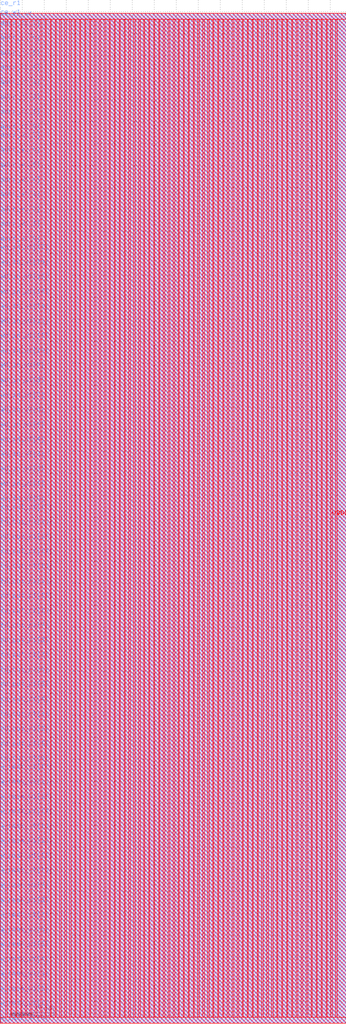
<source format=lef>
VERSION 5.7 ;
BUSBITCHARS "[]" ;
MACRO fakeram_512x2048_1r1w
  FOREIGN fakeram_512x2048_1r1w 0 0 ;
  SYMMETRY X Y R90 ;
  SIZE 78.660 BY 229.600 ;
  CLASS BLOCK ;
  PIN w_mask_w1[0]
    DIRECTION INPUT ;
    USE SIGNAL ;
    SHAPE ABUTMENT ;
    PORT
      LAYER metal3 ;
      RECT 0.000 -0.035 0.070 0.035 ;
    END
  END w_mask_w1[0]
  PIN w_mask_w1[1]
    DIRECTION INPUT ;
    USE SIGNAL ;
    SHAPE ABUTMENT ;
    PORT
      LAYER metal3 ;
      RECT 0.000 3.325 0.070 3.395 ;
    END
  END w_mask_w1[1]
  PIN w_mask_w1[2]
    DIRECTION INPUT ;
    USE SIGNAL ;
    SHAPE ABUTMENT ;
    PORT
      LAYER metal3 ;
      RECT 0.000 6.685 0.070 6.755 ;
    END
  END w_mask_w1[2]
  PIN w_mask_w1[3]
    DIRECTION INPUT ;
    USE SIGNAL ;
    SHAPE ABUTMENT ;
    PORT
      LAYER metal3 ;
      RECT 0.000 10.045 0.070 10.115 ;
    END
  END w_mask_w1[3]
  PIN w_mask_w1[4]
    DIRECTION INPUT ;
    USE SIGNAL ;
    SHAPE ABUTMENT ;
    PORT
      LAYER metal3 ;
      RECT 0.000 13.405 0.070 13.475 ;
    END
  END w_mask_w1[4]
  PIN w_mask_w1[5]
    DIRECTION INPUT ;
    USE SIGNAL ;
    SHAPE ABUTMENT ;
    PORT
      LAYER metal3 ;
      RECT 0.000 16.765 0.070 16.835 ;
    END
  END w_mask_w1[5]
  PIN w_mask_w1[6]
    DIRECTION INPUT ;
    USE SIGNAL ;
    SHAPE ABUTMENT ;
    PORT
      LAYER metal3 ;
      RECT 0.000 20.125 0.070 20.195 ;
    END
  END w_mask_w1[6]
  PIN w_mask_w1[7]
    DIRECTION INPUT ;
    USE SIGNAL ;
    SHAPE ABUTMENT ;
    PORT
      LAYER metal3 ;
      RECT 0.000 23.485 0.070 23.555 ;
    END
  END w_mask_w1[7]
  PIN w_mask_w1[8]
    DIRECTION INPUT ;
    USE SIGNAL ;
    SHAPE ABUTMENT ;
    PORT
      LAYER metal3 ;
      RECT 0.000 26.845 0.070 26.915 ;
    END
  END w_mask_w1[8]
  PIN w_mask_w1[9]
    DIRECTION INPUT ;
    USE SIGNAL ;
    SHAPE ABUTMENT ;
    PORT
      LAYER metal3 ;
      RECT 0.000 30.205 0.070 30.275 ;
    END
  END w_mask_w1[9]
  PIN w_mask_w1[10]
    DIRECTION INPUT ;
    USE SIGNAL ;
    SHAPE ABUTMENT ;
    PORT
      LAYER metal3 ;
      RECT 0.000 33.565 0.070 33.635 ;
    END
  END w_mask_w1[10]
  PIN w_mask_w1[11]
    DIRECTION INPUT ;
    USE SIGNAL ;
    SHAPE ABUTMENT ;
    PORT
      LAYER metal3 ;
      RECT 0.000 36.925 0.070 36.995 ;
    END
  END w_mask_w1[11]
  PIN w_mask_w1[12]
    DIRECTION INPUT ;
    USE SIGNAL ;
    SHAPE ABUTMENT ;
    PORT
      LAYER metal3 ;
      RECT 0.000 40.285 0.070 40.355 ;
    END
  END w_mask_w1[12]
  PIN w_mask_w1[13]
    DIRECTION INPUT ;
    USE SIGNAL ;
    SHAPE ABUTMENT ;
    PORT
      LAYER metal3 ;
      RECT 0.000 43.645 0.070 43.715 ;
    END
  END w_mask_w1[13]
  PIN w_mask_w1[14]
    DIRECTION INPUT ;
    USE SIGNAL ;
    SHAPE ABUTMENT ;
    PORT
      LAYER metal3 ;
      RECT 0.000 47.005 0.070 47.075 ;
    END
  END w_mask_w1[14]
  PIN w_mask_w1[15]
    DIRECTION INPUT ;
    USE SIGNAL ;
    SHAPE ABUTMENT ;
    PORT
      LAYER metal3 ;
      RECT 0.000 50.365 0.070 50.435 ;
    END
  END w_mask_w1[15]
  PIN w_mask_w1[16]
    DIRECTION INPUT ;
    USE SIGNAL ;
    SHAPE ABUTMENT ;
    PORT
      LAYER metal3 ;
      RECT 0.000 53.725 0.070 53.795 ;
    END
  END w_mask_w1[16]
  PIN w_mask_w1[17]
    DIRECTION INPUT ;
    USE SIGNAL ;
    SHAPE ABUTMENT ;
    PORT
      LAYER metal3 ;
      RECT 0.000 57.085 0.070 57.155 ;
    END
  END w_mask_w1[17]
  PIN rd_out_r1[0]
    DIRECTION OUTPUT ;
    USE SIGNAL ;
    SHAPE ABUTMENT ;
    PORT
      LAYER metal3 ;
      RECT 0.000 59.045 0.070 59.115 ;
    END
  END rd_out_r1[0]
  PIN rd_out_r1[1]
    DIRECTION OUTPUT ;
    USE SIGNAL ;
    SHAPE ABUTMENT ;
    PORT
      LAYER metal3 ;
      RECT 0.000 62.405 0.070 62.475 ;
    END
  END rd_out_r1[1]
  PIN rd_out_r1[2]
    DIRECTION OUTPUT ;
    USE SIGNAL ;
    SHAPE ABUTMENT ;
    PORT
      LAYER metal3 ;
      RECT 0.000 65.765 0.070 65.835 ;
    END
  END rd_out_r1[2]
  PIN rd_out_r1[3]
    DIRECTION OUTPUT ;
    USE SIGNAL ;
    SHAPE ABUTMENT ;
    PORT
      LAYER metal3 ;
      RECT 0.000 69.125 0.070 69.195 ;
    END
  END rd_out_r1[3]
  PIN rd_out_r1[4]
    DIRECTION OUTPUT ;
    USE SIGNAL ;
    SHAPE ABUTMENT ;
    PORT
      LAYER metal3 ;
      RECT 0.000 72.485 0.070 72.555 ;
    END
  END rd_out_r1[4]
  PIN rd_out_r1[5]
    DIRECTION OUTPUT ;
    USE SIGNAL ;
    SHAPE ABUTMENT ;
    PORT
      LAYER metal3 ;
      RECT 0.000 75.845 0.070 75.915 ;
    END
  END rd_out_r1[5]
  PIN rd_out_r1[6]
    DIRECTION OUTPUT ;
    USE SIGNAL ;
    SHAPE ABUTMENT ;
    PORT
      LAYER metal3 ;
      RECT 0.000 79.205 0.070 79.275 ;
    END
  END rd_out_r1[6]
  PIN rd_out_r1[7]
    DIRECTION OUTPUT ;
    USE SIGNAL ;
    SHAPE ABUTMENT ;
    PORT
      LAYER metal3 ;
      RECT 0.000 82.565 0.070 82.635 ;
    END
  END rd_out_r1[7]
  PIN rd_out_r1[8]
    DIRECTION OUTPUT ;
    USE SIGNAL ;
    SHAPE ABUTMENT ;
    PORT
      LAYER metal3 ;
      RECT 0.000 85.925 0.070 85.995 ;
    END
  END rd_out_r1[8]
  PIN rd_out_r1[9]
    DIRECTION OUTPUT ;
    USE SIGNAL ;
    SHAPE ABUTMENT ;
    PORT
      LAYER metal3 ;
      RECT 0.000 89.285 0.070 89.355 ;
    END
  END rd_out_r1[9]
  PIN rd_out_r1[10]
    DIRECTION OUTPUT ;
    USE SIGNAL ;
    SHAPE ABUTMENT ;
    PORT
      LAYER metal3 ;
      RECT 0.000 92.645 0.070 92.715 ;
    END
  END rd_out_r1[10]
  PIN rd_out_r1[11]
    DIRECTION OUTPUT ;
    USE SIGNAL ;
    SHAPE ABUTMENT ;
    PORT
      LAYER metal3 ;
      RECT 0.000 96.005 0.070 96.075 ;
    END
  END rd_out_r1[11]
  PIN rd_out_r1[12]
    DIRECTION OUTPUT ;
    USE SIGNAL ;
    SHAPE ABUTMENT ;
    PORT
      LAYER metal3 ;
      RECT 0.000 99.365 0.070 99.435 ;
    END
  END rd_out_r1[12]
  PIN rd_out_r1[13]
    DIRECTION OUTPUT ;
    USE SIGNAL ;
    SHAPE ABUTMENT ;
    PORT
      LAYER metal3 ;
      RECT 0.000 102.725 0.070 102.795 ;
    END
  END rd_out_r1[13]
  PIN rd_out_r1[14]
    DIRECTION OUTPUT ;
    USE SIGNAL ;
    SHAPE ABUTMENT ;
    PORT
      LAYER metal3 ;
      RECT 0.000 106.085 0.070 106.155 ;
    END
  END rd_out_r1[14]
  PIN rd_out_r1[15]
    DIRECTION OUTPUT ;
    USE SIGNAL ;
    SHAPE ABUTMENT ;
    PORT
      LAYER metal3 ;
      RECT 0.000 109.445 0.070 109.515 ;
    END
  END rd_out_r1[15]
  PIN rd_out_r1[16]
    DIRECTION OUTPUT ;
    USE SIGNAL ;
    SHAPE ABUTMENT ;
    PORT
      LAYER metal3 ;
      RECT 0.000 112.805 0.070 112.875 ;
    END
  END rd_out_r1[16]
  PIN rd_out_r1[17]
    DIRECTION OUTPUT ;
    USE SIGNAL ;
    SHAPE ABUTMENT ;
    PORT
      LAYER metal3 ;
      RECT 0.000 116.165 0.070 116.235 ;
    END
  END rd_out_r1[17]
  PIN wd_in_w1[0]
    DIRECTION INPUT ;
    USE SIGNAL ;
    SHAPE ABUTMENT ;
    PORT
      LAYER metal3 ;
      RECT 0.000 118.125 0.070 118.195 ;
    END
  END wd_in_w1[0]
  PIN wd_in_w1[1]
    DIRECTION INPUT ;
    USE SIGNAL ;
    SHAPE ABUTMENT ;
    PORT
      LAYER metal3 ;
      RECT 0.000 121.485 0.070 121.555 ;
    END
  END wd_in_w1[1]
  PIN wd_in_w1[2]
    DIRECTION INPUT ;
    USE SIGNAL ;
    SHAPE ABUTMENT ;
    PORT
      LAYER metal3 ;
      RECT 0.000 124.845 0.070 124.915 ;
    END
  END wd_in_w1[2]
  PIN wd_in_w1[3]
    DIRECTION INPUT ;
    USE SIGNAL ;
    SHAPE ABUTMENT ;
    PORT
      LAYER metal3 ;
      RECT 0.000 128.205 0.070 128.275 ;
    END
  END wd_in_w1[3]
  PIN wd_in_w1[4]
    DIRECTION INPUT ;
    USE SIGNAL ;
    SHAPE ABUTMENT ;
    PORT
      LAYER metal3 ;
      RECT 0.000 131.565 0.070 131.635 ;
    END
  END wd_in_w1[4]
  PIN wd_in_w1[5]
    DIRECTION INPUT ;
    USE SIGNAL ;
    SHAPE ABUTMENT ;
    PORT
      LAYER metal3 ;
      RECT 0.000 134.925 0.070 134.995 ;
    END
  END wd_in_w1[5]
  PIN wd_in_w1[6]
    DIRECTION INPUT ;
    USE SIGNAL ;
    SHAPE ABUTMENT ;
    PORT
      LAYER metal3 ;
      RECT 0.000 138.285 0.070 138.355 ;
    END
  END wd_in_w1[6]
  PIN wd_in_w1[7]
    DIRECTION INPUT ;
    USE SIGNAL ;
    SHAPE ABUTMENT ;
    PORT
      LAYER metal3 ;
      RECT 0.000 141.645 0.070 141.715 ;
    END
  END wd_in_w1[7]
  PIN wd_in_w1[8]
    DIRECTION INPUT ;
    USE SIGNAL ;
    SHAPE ABUTMENT ;
    PORT
      LAYER metal3 ;
      RECT 0.000 145.005 0.070 145.075 ;
    END
  END wd_in_w1[8]
  PIN wd_in_w1[9]
    DIRECTION INPUT ;
    USE SIGNAL ;
    SHAPE ABUTMENT ;
    PORT
      LAYER metal3 ;
      RECT 0.000 148.365 0.070 148.435 ;
    END
  END wd_in_w1[9]
  PIN wd_in_w1[10]
    DIRECTION INPUT ;
    USE SIGNAL ;
    SHAPE ABUTMENT ;
    PORT
      LAYER metal3 ;
      RECT 0.000 151.725 0.070 151.795 ;
    END
  END wd_in_w1[10]
  PIN wd_in_w1[11]
    DIRECTION INPUT ;
    USE SIGNAL ;
    SHAPE ABUTMENT ;
    PORT
      LAYER metal3 ;
      RECT 0.000 155.085 0.070 155.155 ;
    END
  END wd_in_w1[11]
  PIN wd_in_w1[12]
    DIRECTION INPUT ;
    USE SIGNAL ;
    SHAPE ABUTMENT ;
    PORT
      LAYER metal3 ;
      RECT 0.000 158.445 0.070 158.515 ;
    END
  END wd_in_w1[12]
  PIN wd_in_w1[13]
    DIRECTION INPUT ;
    USE SIGNAL ;
    SHAPE ABUTMENT ;
    PORT
      LAYER metal3 ;
      RECT 0.000 161.805 0.070 161.875 ;
    END
  END wd_in_w1[13]
  PIN wd_in_w1[14]
    DIRECTION INPUT ;
    USE SIGNAL ;
    SHAPE ABUTMENT ;
    PORT
      LAYER metal3 ;
      RECT 0.000 165.165 0.070 165.235 ;
    END
  END wd_in_w1[14]
  PIN wd_in_w1[15]
    DIRECTION INPUT ;
    USE SIGNAL ;
    SHAPE ABUTMENT ;
    PORT
      LAYER metal3 ;
      RECT 0.000 168.525 0.070 168.595 ;
    END
  END wd_in_w1[15]
  PIN wd_in_w1[16]
    DIRECTION INPUT ;
    USE SIGNAL ;
    SHAPE ABUTMENT ;
    PORT
      LAYER metal3 ;
      RECT 0.000 171.885 0.070 171.955 ;
    END
  END wd_in_w1[16]
  PIN wd_in_w1[17]
    DIRECTION INPUT ;
    USE SIGNAL ;
    SHAPE ABUTMENT ;
    PORT
      LAYER metal3 ;
      RECT 0.000 175.245 0.070 175.315 ;
    END
  END wd_in_w1[17]
  PIN addr_w1[0]
    DIRECTION INPUT ;
    USE SIGNAL ;
    SHAPE ABUTMENT ;
    PORT
      LAYER metal3 ;
      RECT 0.000 177.205 0.070 177.275 ;
    END
  END addr_w1[0]
  PIN addr_w1[1]
    DIRECTION INPUT ;
    USE SIGNAL ;
    SHAPE ABUTMENT ;
    PORT
      LAYER metal3 ;
      RECT 0.000 180.565 0.070 180.635 ;
    END
  END addr_w1[1]
  PIN addr_w1[2]
    DIRECTION INPUT ;
    USE SIGNAL ;
    SHAPE ABUTMENT ;
    PORT
      LAYER metal3 ;
      RECT 0.000 183.925 0.070 183.995 ;
    END
  END addr_w1[2]
  PIN addr_w1[3]
    DIRECTION INPUT ;
    USE SIGNAL ;
    SHAPE ABUTMENT ;
    PORT
      LAYER metal3 ;
      RECT 0.000 187.285 0.070 187.355 ;
    END
  END addr_w1[3]
  PIN addr_w1[4]
    DIRECTION INPUT ;
    USE SIGNAL ;
    SHAPE ABUTMENT ;
    PORT
      LAYER metal3 ;
      RECT 0.000 190.645 0.070 190.715 ;
    END
  END addr_w1[4]
  PIN addr_w1[5]
    DIRECTION INPUT ;
    USE SIGNAL ;
    SHAPE ABUTMENT ;
    PORT
      LAYER metal3 ;
      RECT 0.000 194.005 0.070 194.075 ;
    END
  END addr_w1[5]
  PIN addr_w1[6]
    DIRECTION INPUT ;
    USE SIGNAL ;
    SHAPE ABUTMENT ;
    PORT
      LAYER metal3 ;
      RECT 0.000 197.365 0.070 197.435 ;
    END
  END addr_w1[6]
  PIN addr_w1[7]
    DIRECTION INPUT ;
    USE SIGNAL ;
    SHAPE ABUTMENT ;
    PORT
      LAYER metal3 ;
      RECT 0.000 200.725 0.070 200.795 ;
    END
  END addr_w1[7]
  PIN addr_r1[0]
    DIRECTION INPUT ;
    USE SIGNAL ;
    SHAPE ABUTMENT ;
    PORT
      LAYER metal3 ;
      RECT 0.000 202.685 0.070 202.755 ;
    END
  END addr_r1[0]
  PIN addr_r1[1]
    DIRECTION INPUT ;
    USE SIGNAL ;
    SHAPE ABUTMENT ;
    PORT
      LAYER metal3 ;
      RECT 0.000 206.045 0.070 206.115 ;
    END
  END addr_r1[1]
  PIN addr_r1[2]
    DIRECTION INPUT ;
    USE SIGNAL ;
    SHAPE ABUTMENT ;
    PORT
      LAYER metal3 ;
      RECT 0.000 209.405 0.070 209.475 ;
    END
  END addr_r1[2]
  PIN addr_r1[3]
    DIRECTION INPUT ;
    USE SIGNAL ;
    SHAPE ABUTMENT ;
    PORT
      LAYER metal3 ;
      RECT 0.000 212.765 0.070 212.835 ;
    END
  END addr_r1[3]
  PIN addr_r1[4]
    DIRECTION INPUT ;
    USE SIGNAL ;
    SHAPE ABUTMENT ;
    PORT
      LAYER metal3 ;
      RECT 0.000 216.125 0.070 216.195 ;
    END
  END addr_r1[4]
  PIN addr_r1[5]
    DIRECTION INPUT ;
    USE SIGNAL ;
    SHAPE ABUTMENT ;
    PORT
      LAYER metal3 ;
      RECT 0.000 219.485 0.070 219.555 ;
    END
  END addr_r1[5]
  PIN addr_r1[6]
    DIRECTION INPUT ;
    USE SIGNAL ;
    SHAPE ABUTMENT ;
    PORT
      LAYER metal3 ;
      RECT 0.000 222.845 0.070 222.915 ;
    END
  END addr_r1[6]
  PIN addr_r1[7]
    DIRECTION INPUT ;
    USE SIGNAL ;
    SHAPE ABUTMENT ;
    PORT
      LAYER metal3 ;
      RECT 0.000 226.205 0.070 226.275 ;
    END
  END addr_r1[7]
  PIN we_in_w1
    DIRECTION INPUT ;
    USE SIGNAL ;
    SHAPE ABUTMENT ;
    PORT
      LAYER metal3 ;
      RECT 0.000 228.165 0.070 228.235 ;
    END
  END we_in_w1
  PIN ce_w1
    DIRECTION INPUT ;
    USE SIGNAL ;
    SHAPE ABUTMENT ;
    PORT
      LAYER metal3 ;
      RECT 0.000 228.725 0.070 228.795 ;
    END
  END ce_w1
  PIN ce_r1
    DIRECTION INPUT ;
    USE SIGNAL ;
    SHAPE ABUTMENT ;
    PORT
      LAYER metal3 ;
      RECT 0.000 230.685 0.070 230.755 ;
    END
  END ce_r1
  PIN clk
    DIRECTION INPUT ;
    USE SIGNAL ;
    SHAPE ABUTMENT ;
    PORT
      LAYER metal3 ;
      RECT 0.000 232.645 0.070 232.715 ;
    END
  END clk
  PIN VSS
    DIRECTION INOUT ;
    USE GROUND ;
    PORT
      LAYER metal4 ;
      RECT 1.260 1.400 1.540 228.200 ;
      RECT 3.500 1.400 3.780 228.200 ;
      RECT 5.740 1.400 6.020 228.200 ;
      RECT 7.980 1.400 8.260 228.200 ;
      RECT 10.220 1.400 10.500 228.200 ;
      RECT 12.460 1.400 12.740 228.200 ;
      RECT 14.700 1.400 14.980 228.200 ;
      RECT 16.940 1.400 17.220 228.200 ;
      RECT 19.180 1.400 19.460 228.200 ;
      RECT 21.420 1.400 21.700 228.200 ;
      RECT 23.660 1.400 23.940 228.200 ;
      RECT 25.900 1.400 26.180 228.200 ;
      RECT 28.140 1.400 28.420 228.200 ;
      RECT 30.380 1.400 30.660 228.200 ;
      RECT 32.620 1.400 32.900 228.200 ;
      RECT 34.860 1.400 35.140 228.200 ;
      RECT 37.100 1.400 37.380 228.200 ;
      RECT 39.340 1.400 39.620 228.200 ;
      RECT 41.580 1.400 41.860 228.200 ;
      RECT 43.820 1.400 44.100 228.200 ;
      RECT 46.060 1.400 46.340 228.200 ;
      RECT 48.300 1.400 48.580 228.200 ;
      RECT 50.540 1.400 50.820 228.200 ;
      RECT 52.780 1.400 53.060 228.200 ;
      RECT 55.020 1.400 55.300 228.200 ;
      RECT 57.260 1.400 57.540 228.200 ;
      RECT 59.500 1.400 59.780 228.200 ;
      RECT 61.740 1.400 62.020 228.200 ;
      RECT 63.980 1.400 64.260 228.200 ;
      RECT 66.220 1.400 66.500 228.200 ;
      RECT 68.460 1.400 68.740 228.200 ;
      RECT 70.700 1.400 70.980 228.200 ;
      RECT 72.940 1.400 73.220 228.200 ;
      RECT 75.180 1.400 75.460 228.200 ;
    END
  END VSS
  PIN VDD
    DIRECTION INOUT ;
    USE POWER ;
    PORT
      LAYER metal4 ;
      RECT 2.380 1.400 2.660 228.200 ;
      RECT 4.620 1.400 4.900 228.200 ;
      RECT 6.860 1.400 7.140 228.200 ;
      RECT 9.100 1.400 9.380 228.200 ;
      RECT 11.340 1.400 11.620 228.200 ;
      RECT 13.580 1.400 13.860 228.200 ;
      RECT 15.820 1.400 16.100 228.200 ;
      RECT 18.060 1.400 18.340 228.200 ;
      RECT 20.300 1.400 20.580 228.200 ;
      RECT 22.540 1.400 22.820 228.200 ;
      RECT 24.780 1.400 25.060 228.200 ;
      RECT 27.020 1.400 27.300 228.200 ;
      RECT 29.260 1.400 29.540 228.200 ;
      RECT 31.500 1.400 31.780 228.200 ;
      RECT 33.740 1.400 34.020 228.200 ;
      RECT 35.980 1.400 36.260 228.200 ;
      RECT 38.220 1.400 38.500 228.200 ;
      RECT 40.460 1.400 40.740 228.200 ;
      RECT 42.700 1.400 42.980 228.200 ;
      RECT 44.940 1.400 45.220 228.200 ;
      RECT 47.180 1.400 47.460 228.200 ;
      RECT 49.420 1.400 49.700 228.200 ;
      RECT 51.660 1.400 51.940 228.200 ;
      RECT 53.900 1.400 54.180 228.200 ;
      RECT 56.140 1.400 56.420 228.200 ;
      RECT 58.380 1.400 58.660 228.200 ;
      RECT 60.620 1.400 60.900 228.200 ;
      RECT 62.860 1.400 63.140 228.200 ;
      RECT 65.100 1.400 65.380 228.200 ;
      RECT 67.340 1.400 67.620 228.200 ;
      RECT 69.580 1.400 69.860 228.200 ;
      RECT 71.820 1.400 72.100 228.200 ;
      RECT 74.060 1.400 74.340 228.200 ;
      RECT 76.300 1.400 76.580 228.200 ;
    END
  END VDD
  OBS
    LAYER metal1 ;
    RECT 0 0 78.660 229.600 ;
    LAYER metal2 ;
    RECT 0 0 78.660 229.600 ;
    LAYER metal3 ;
    RECT 0.070 0 78.660 229.600 ;
    RECT 0 0.000 0.070 1.365 ;
    RECT 0 1.435 0.070 4.725 ;
    RECT 0 4.795 0.070 8.085 ;
    RECT 0 8.155 0.070 11.445 ;
    RECT 0 11.515 0.070 14.805 ;
    RECT 0 14.875 0.070 18.165 ;
    RECT 0 18.235 0.070 21.525 ;
    RECT 0 21.595 0.070 24.885 ;
    RECT 0 24.955 0.070 28.245 ;
    RECT 0 28.315 0.070 31.605 ;
    RECT 0 31.675 0.070 34.965 ;
    RECT 0 35.035 0.070 38.325 ;
    RECT 0 38.395 0.070 41.685 ;
    RECT 0 41.755 0.070 45.045 ;
    RECT 0 45.115 0.070 48.405 ;
    RECT 0 48.475 0.070 51.765 ;
    RECT 0 51.835 0.070 55.125 ;
    RECT 0 55.195 0.070 58.485 ;
    RECT 0 58.555 0.070 60.445 ;
    RECT 0 60.515 0.070 63.805 ;
    RECT 0 63.875 0.070 67.165 ;
    RECT 0 67.235 0.070 70.525 ;
    RECT 0 70.595 0.070 73.885 ;
    RECT 0 73.955 0.070 77.245 ;
    RECT 0 77.315 0.070 80.605 ;
    RECT 0 80.675 0.070 83.965 ;
    RECT 0 84.035 0.070 87.325 ;
    RECT 0 87.395 0.070 90.685 ;
    RECT 0 90.755 0.070 94.045 ;
    RECT 0 94.115 0.070 97.405 ;
    RECT 0 97.475 0.070 100.765 ;
    RECT 0 100.835 0.070 104.125 ;
    RECT 0 104.195 0.070 107.485 ;
    RECT 0 107.555 0.070 110.845 ;
    RECT 0 110.915 0.070 114.205 ;
    RECT 0 114.275 0.070 117.565 ;
    RECT 0 117.635 0.070 119.525 ;
    RECT 0 119.595 0.070 122.885 ;
    RECT 0 122.955 0.070 126.245 ;
    RECT 0 126.315 0.070 129.605 ;
    RECT 0 129.675 0.070 132.965 ;
    RECT 0 133.035 0.070 136.325 ;
    RECT 0 136.395 0.070 139.685 ;
    RECT 0 139.755 0.070 143.045 ;
    RECT 0 143.115 0.070 146.405 ;
    RECT 0 146.475 0.070 149.765 ;
    RECT 0 149.835 0.070 153.125 ;
    RECT 0 153.195 0.070 156.485 ;
    RECT 0 156.555 0.070 159.845 ;
    RECT 0 159.915 0.070 163.205 ;
    RECT 0 163.275 0.070 166.565 ;
    RECT 0 166.635 0.070 169.925 ;
    RECT 0 169.995 0.070 173.285 ;
    RECT 0 173.355 0.070 176.645 ;
    RECT 0 176.715 0.070 178.605 ;
    RECT 0 178.675 0.070 181.965 ;
    RECT 0 182.035 0.070 185.325 ;
    RECT 0 185.395 0.070 188.685 ;
    RECT 0 188.755 0.070 192.045 ;
    RECT 0 192.115 0.070 195.405 ;
    RECT 0 195.475 0.070 198.765 ;
    RECT 0 198.835 0.070 202.125 ;
    RECT 0 202.195 0.070 204.085 ;
    RECT 0 204.155 0.070 207.445 ;
    RECT 0 207.515 0.070 210.805 ;
    RECT 0 210.875 0.070 229.600 ;
    LAYER metal4 ;
    RECT 0 0 78.660 1.400 ;
    RECT 0 228.200 78.660 229.600 ;
    RECT 0.000 1.400 1.260 228.200 ;
    RECT 1.540 1.400 2.380 228.200 ;
    RECT 2.660 1.400 3.500 228.200 ;
    RECT 3.780 1.400 4.620 228.200 ;
    RECT 4.900 1.400 5.740 228.200 ;
    RECT 6.020 1.400 6.860 228.200 ;
    RECT 7.140 1.400 7.980 228.200 ;
    RECT 8.260 1.400 9.100 228.200 ;
    RECT 9.380 1.400 10.220 228.200 ;
    RECT 10.500 1.400 11.340 228.200 ;
    RECT 11.620 1.400 12.460 228.200 ;
    RECT 12.740 1.400 13.580 228.200 ;
    RECT 13.860 1.400 14.700 228.200 ;
    RECT 14.980 1.400 15.820 228.200 ;
    RECT 16.100 1.400 16.940 228.200 ;
    RECT 17.220 1.400 18.060 228.200 ;
    RECT 18.340 1.400 19.180 228.200 ;
    RECT 19.460 1.400 20.300 228.200 ;
    RECT 20.580 1.400 21.420 228.200 ;
    RECT 21.700 1.400 22.540 228.200 ;
    RECT 22.820 1.400 23.660 228.200 ;
    RECT 23.940 1.400 24.780 228.200 ;
    RECT 25.060 1.400 25.900 228.200 ;
    RECT 26.180 1.400 27.020 228.200 ;
    RECT 27.300 1.400 28.140 228.200 ;
    RECT 28.420 1.400 29.260 228.200 ;
    RECT 29.540 1.400 30.380 228.200 ;
    RECT 30.660 1.400 31.500 228.200 ;
    RECT 31.780 1.400 32.620 228.200 ;
    RECT 32.900 1.400 33.740 228.200 ;
    RECT 34.020 1.400 34.860 228.200 ;
    RECT 35.140 1.400 35.980 228.200 ;
    RECT 36.260 1.400 37.100 228.200 ;
    RECT 37.380 1.400 38.220 228.200 ;
    RECT 38.500 1.400 39.340 228.200 ;
    RECT 39.620 1.400 40.460 228.200 ;
    RECT 40.740 1.400 41.580 228.200 ;
    RECT 41.860 1.400 42.700 228.200 ;
    RECT 42.980 1.400 43.820 228.200 ;
    RECT 44.100 1.400 44.940 228.200 ;
    RECT 45.220 1.400 46.060 228.200 ;
    RECT 46.340 1.400 47.180 228.200 ;
    RECT 47.460 1.400 48.300 228.200 ;
    RECT 48.580 1.400 49.420 228.200 ;
    RECT 49.700 1.400 50.540 228.200 ;
    RECT 50.820 1.400 51.660 228.200 ;
    RECT 51.940 1.400 52.780 228.200 ;
    RECT 53.060 1.400 53.900 228.200 ;
    RECT 54.180 1.400 55.020 228.200 ;
    RECT 55.300 1.400 56.140 228.200 ;
    RECT 56.420 1.400 57.260 228.200 ;
    RECT 57.540 1.400 58.380 228.200 ;
    RECT 58.660 1.400 59.500 228.200 ;
    RECT 59.780 1.400 60.620 228.200 ;
    RECT 60.900 1.400 61.740 228.200 ;
    RECT 62.020 1.400 62.860 228.200 ;
    RECT 63.140 1.400 63.980 228.200 ;
    RECT 64.260 1.400 65.100 228.200 ;
    RECT 65.380 1.400 66.220 228.200 ;
    RECT 66.500 1.400 67.340 228.200 ;
    RECT 67.620 1.400 68.460 228.200 ;
    RECT 68.740 1.400 69.580 228.200 ;
    RECT 69.860 1.400 70.700 228.200 ;
    RECT 70.980 1.400 71.820 228.200 ;
    RECT 72.100 1.400 72.940 228.200 ;
    RECT 73.220 1.400 74.060 228.200 ;
    RECT 74.340 1.400 75.180 228.200 ;
    RECT 75.460 1.400 76.300 228.200 ;
    RECT 76.580 1.400 78.660 228.200 ;
    LAYER OVERLAP ;
    RECT 0 0 78.660 229.600 ;
  END
END fakeram_512x2048_1r1w

END LIBRARY

</source>
